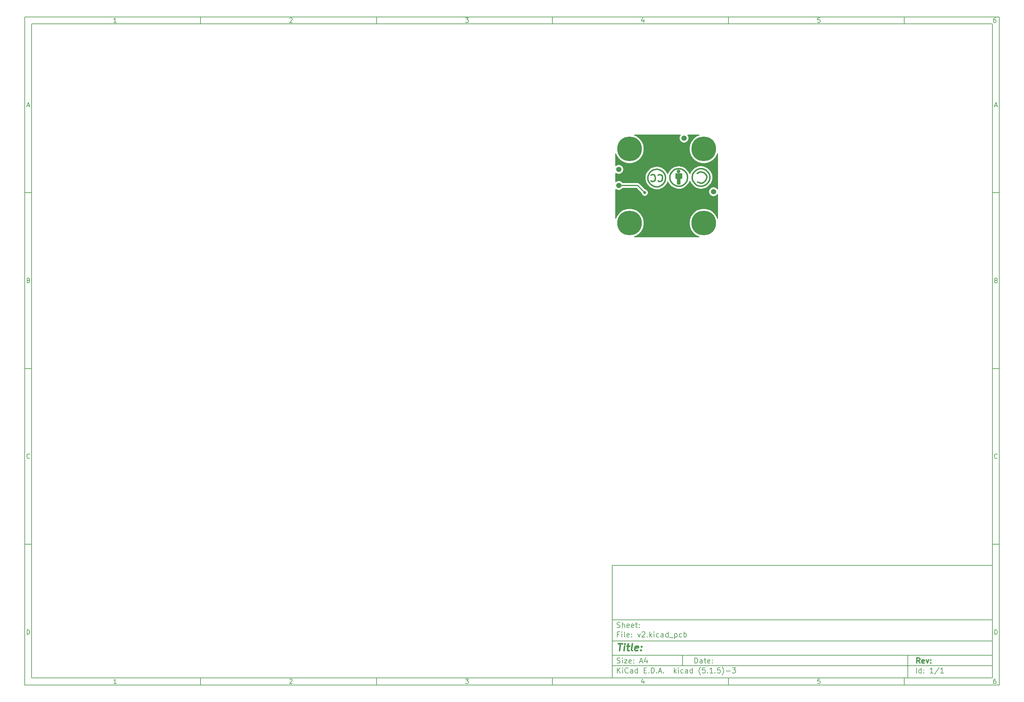
<source format=gbr>
G04 #@! TF.GenerationSoftware,KiCad,Pcbnew,(5.1.5)-3*
G04 #@! TF.CreationDate,2020-05-09T15:27:07-04:00*
G04 #@! TF.ProjectId,v2,76322e6b-6963-4616-945f-706362585858,rev?*
G04 #@! TF.SameCoordinates,Original*
G04 #@! TF.FileFunction,Copper,L2,Bot*
G04 #@! TF.FilePolarity,Positive*
%FSLAX46Y46*%
G04 Gerber Fmt 4.6, Leading zero omitted, Abs format (unit mm)*
G04 Created by KiCad (PCBNEW (5.1.5)-3) date 2020-05-09 15:27:07*
%MOMM*%
%LPD*%
G04 APERTURE LIST*
%ADD10C,0.100000*%
%ADD11C,0.150000*%
%ADD12C,0.300000*%
%ADD13C,0.400000*%
%ADD14C,0.381000*%
%ADD15C,7.000000*%
%ADD16C,0.800000*%
%ADD17C,1.500000*%
%ADD18C,0.350000*%
%ADD19C,0.254000*%
G04 APERTURE END LIST*
D10*
D11*
X177002200Y-166007200D02*
X177002200Y-198007200D01*
X285002200Y-198007200D01*
X285002200Y-166007200D01*
X177002200Y-166007200D01*
D10*
D11*
X10000000Y-10000000D02*
X10000000Y-200007200D01*
X287002200Y-200007200D01*
X287002200Y-10000000D01*
X10000000Y-10000000D01*
D10*
D11*
X12000000Y-12000000D02*
X12000000Y-198007200D01*
X285002200Y-198007200D01*
X285002200Y-12000000D01*
X12000000Y-12000000D01*
D10*
D11*
X60000000Y-12000000D02*
X60000000Y-10000000D01*
D10*
D11*
X110000000Y-12000000D02*
X110000000Y-10000000D01*
D10*
D11*
X160000000Y-12000000D02*
X160000000Y-10000000D01*
D10*
D11*
X210000000Y-12000000D02*
X210000000Y-10000000D01*
D10*
D11*
X260000000Y-12000000D02*
X260000000Y-10000000D01*
D10*
D11*
X36065476Y-11588095D02*
X35322619Y-11588095D01*
X35694047Y-11588095D02*
X35694047Y-10288095D01*
X35570238Y-10473809D01*
X35446428Y-10597619D01*
X35322619Y-10659523D01*
D10*
D11*
X85322619Y-10411904D02*
X85384523Y-10350000D01*
X85508333Y-10288095D01*
X85817857Y-10288095D01*
X85941666Y-10350000D01*
X86003571Y-10411904D01*
X86065476Y-10535714D01*
X86065476Y-10659523D01*
X86003571Y-10845238D01*
X85260714Y-11588095D01*
X86065476Y-11588095D01*
D10*
D11*
X135260714Y-10288095D02*
X136065476Y-10288095D01*
X135632142Y-10783333D01*
X135817857Y-10783333D01*
X135941666Y-10845238D01*
X136003571Y-10907142D01*
X136065476Y-11030952D01*
X136065476Y-11340476D01*
X136003571Y-11464285D01*
X135941666Y-11526190D01*
X135817857Y-11588095D01*
X135446428Y-11588095D01*
X135322619Y-11526190D01*
X135260714Y-11464285D01*
D10*
D11*
X185941666Y-10721428D02*
X185941666Y-11588095D01*
X185632142Y-10226190D02*
X185322619Y-11154761D01*
X186127380Y-11154761D01*
D10*
D11*
X236003571Y-10288095D02*
X235384523Y-10288095D01*
X235322619Y-10907142D01*
X235384523Y-10845238D01*
X235508333Y-10783333D01*
X235817857Y-10783333D01*
X235941666Y-10845238D01*
X236003571Y-10907142D01*
X236065476Y-11030952D01*
X236065476Y-11340476D01*
X236003571Y-11464285D01*
X235941666Y-11526190D01*
X235817857Y-11588095D01*
X235508333Y-11588095D01*
X235384523Y-11526190D01*
X235322619Y-11464285D01*
D10*
D11*
X285941666Y-10288095D02*
X285694047Y-10288095D01*
X285570238Y-10350000D01*
X285508333Y-10411904D01*
X285384523Y-10597619D01*
X285322619Y-10845238D01*
X285322619Y-11340476D01*
X285384523Y-11464285D01*
X285446428Y-11526190D01*
X285570238Y-11588095D01*
X285817857Y-11588095D01*
X285941666Y-11526190D01*
X286003571Y-11464285D01*
X286065476Y-11340476D01*
X286065476Y-11030952D01*
X286003571Y-10907142D01*
X285941666Y-10845238D01*
X285817857Y-10783333D01*
X285570238Y-10783333D01*
X285446428Y-10845238D01*
X285384523Y-10907142D01*
X285322619Y-11030952D01*
D10*
D11*
X60000000Y-198007200D02*
X60000000Y-200007200D01*
D10*
D11*
X110000000Y-198007200D02*
X110000000Y-200007200D01*
D10*
D11*
X160000000Y-198007200D02*
X160000000Y-200007200D01*
D10*
D11*
X210000000Y-198007200D02*
X210000000Y-200007200D01*
D10*
D11*
X260000000Y-198007200D02*
X260000000Y-200007200D01*
D10*
D11*
X36065476Y-199595295D02*
X35322619Y-199595295D01*
X35694047Y-199595295D02*
X35694047Y-198295295D01*
X35570238Y-198481009D01*
X35446428Y-198604819D01*
X35322619Y-198666723D01*
D10*
D11*
X85322619Y-198419104D02*
X85384523Y-198357200D01*
X85508333Y-198295295D01*
X85817857Y-198295295D01*
X85941666Y-198357200D01*
X86003571Y-198419104D01*
X86065476Y-198542914D01*
X86065476Y-198666723D01*
X86003571Y-198852438D01*
X85260714Y-199595295D01*
X86065476Y-199595295D01*
D10*
D11*
X135260714Y-198295295D02*
X136065476Y-198295295D01*
X135632142Y-198790533D01*
X135817857Y-198790533D01*
X135941666Y-198852438D01*
X136003571Y-198914342D01*
X136065476Y-199038152D01*
X136065476Y-199347676D01*
X136003571Y-199471485D01*
X135941666Y-199533390D01*
X135817857Y-199595295D01*
X135446428Y-199595295D01*
X135322619Y-199533390D01*
X135260714Y-199471485D01*
D10*
D11*
X185941666Y-198728628D02*
X185941666Y-199595295D01*
X185632142Y-198233390D02*
X185322619Y-199161961D01*
X186127380Y-199161961D01*
D10*
D11*
X236003571Y-198295295D02*
X235384523Y-198295295D01*
X235322619Y-198914342D01*
X235384523Y-198852438D01*
X235508333Y-198790533D01*
X235817857Y-198790533D01*
X235941666Y-198852438D01*
X236003571Y-198914342D01*
X236065476Y-199038152D01*
X236065476Y-199347676D01*
X236003571Y-199471485D01*
X235941666Y-199533390D01*
X235817857Y-199595295D01*
X235508333Y-199595295D01*
X235384523Y-199533390D01*
X235322619Y-199471485D01*
D10*
D11*
X285941666Y-198295295D02*
X285694047Y-198295295D01*
X285570238Y-198357200D01*
X285508333Y-198419104D01*
X285384523Y-198604819D01*
X285322619Y-198852438D01*
X285322619Y-199347676D01*
X285384523Y-199471485D01*
X285446428Y-199533390D01*
X285570238Y-199595295D01*
X285817857Y-199595295D01*
X285941666Y-199533390D01*
X286003571Y-199471485D01*
X286065476Y-199347676D01*
X286065476Y-199038152D01*
X286003571Y-198914342D01*
X285941666Y-198852438D01*
X285817857Y-198790533D01*
X285570238Y-198790533D01*
X285446428Y-198852438D01*
X285384523Y-198914342D01*
X285322619Y-199038152D01*
D10*
D11*
X10000000Y-60000000D02*
X12000000Y-60000000D01*
D10*
D11*
X10000000Y-110000000D02*
X12000000Y-110000000D01*
D10*
D11*
X10000000Y-160000000D02*
X12000000Y-160000000D01*
D10*
D11*
X10690476Y-35216666D02*
X11309523Y-35216666D01*
X10566666Y-35588095D02*
X11000000Y-34288095D01*
X11433333Y-35588095D01*
D10*
D11*
X11092857Y-84907142D02*
X11278571Y-84969047D01*
X11340476Y-85030952D01*
X11402380Y-85154761D01*
X11402380Y-85340476D01*
X11340476Y-85464285D01*
X11278571Y-85526190D01*
X11154761Y-85588095D01*
X10659523Y-85588095D01*
X10659523Y-84288095D01*
X11092857Y-84288095D01*
X11216666Y-84350000D01*
X11278571Y-84411904D01*
X11340476Y-84535714D01*
X11340476Y-84659523D01*
X11278571Y-84783333D01*
X11216666Y-84845238D01*
X11092857Y-84907142D01*
X10659523Y-84907142D01*
D10*
D11*
X11402380Y-135464285D02*
X11340476Y-135526190D01*
X11154761Y-135588095D01*
X11030952Y-135588095D01*
X10845238Y-135526190D01*
X10721428Y-135402380D01*
X10659523Y-135278571D01*
X10597619Y-135030952D01*
X10597619Y-134845238D01*
X10659523Y-134597619D01*
X10721428Y-134473809D01*
X10845238Y-134350000D01*
X11030952Y-134288095D01*
X11154761Y-134288095D01*
X11340476Y-134350000D01*
X11402380Y-134411904D01*
D10*
D11*
X10659523Y-185588095D02*
X10659523Y-184288095D01*
X10969047Y-184288095D01*
X11154761Y-184350000D01*
X11278571Y-184473809D01*
X11340476Y-184597619D01*
X11402380Y-184845238D01*
X11402380Y-185030952D01*
X11340476Y-185278571D01*
X11278571Y-185402380D01*
X11154761Y-185526190D01*
X10969047Y-185588095D01*
X10659523Y-185588095D01*
D10*
D11*
X287002200Y-60000000D02*
X285002200Y-60000000D01*
D10*
D11*
X287002200Y-110000000D02*
X285002200Y-110000000D01*
D10*
D11*
X287002200Y-160000000D02*
X285002200Y-160000000D01*
D10*
D11*
X285692676Y-35216666D02*
X286311723Y-35216666D01*
X285568866Y-35588095D02*
X286002200Y-34288095D01*
X286435533Y-35588095D01*
D10*
D11*
X286095057Y-84907142D02*
X286280771Y-84969047D01*
X286342676Y-85030952D01*
X286404580Y-85154761D01*
X286404580Y-85340476D01*
X286342676Y-85464285D01*
X286280771Y-85526190D01*
X286156961Y-85588095D01*
X285661723Y-85588095D01*
X285661723Y-84288095D01*
X286095057Y-84288095D01*
X286218866Y-84350000D01*
X286280771Y-84411904D01*
X286342676Y-84535714D01*
X286342676Y-84659523D01*
X286280771Y-84783333D01*
X286218866Y-84845238D01*
X286095057Y-84907142D01*
X285661723Y-84907142D01*
D10*
D11*
X286404580Y-135464285D02*
X286342676Y-135526190D01*
X286156961Y-135588095D01*
X286033152Y-135588095D01*
X285847438Y-135526190D01*
X285723628Y-135402380D01*
X285661723Y-135278571D01*
X285599819Y-135030952D01*
X285599819Y-134845238D01*
X285661723Y-134597619D01*
X285723628Y-134473809D01*
X285847438Y-134350000D01*
X286033152Y-134288095D01*
X286156961Y-134288095D01*
X286342676Y-134350000D01*
X286404580Y-134411904D01*
D10*
D11*
X285661723Y-185588095D02*
X285661723Y-184288095D01*
X285971247Y-184288095D01*
X286156961Y-184350000D01*
X286280771Y-184473809D01*
X286342676Y-184597619D01*
X286404580Y-184845238D01*
X286404580Y-185030952D01*
X286342676Y-185278571D01*
X286280771Y-185402380D01*
X286156961Y-185526190D01*
X285971247Y-185588095D01*
X285661723Y-185588095D01*
D10*
D11*
X200434342Y-193785771D02*
X200434342Y-192285771D01*
X200791485Y-192285771D01*
X201005771Y-192357200D01*
X201148628Y-192500057D01*
X201220057Y-192642914D01*
X201291485Y-192928628D01*
X201291485Y-193142914D01*
X201220057Y-193428628D01*
X201148628Y-193571485D01*
X201005771Y-193714342D01*
X200791485Y-193785771D01*
X200434342Y-193785771D01*
X202577200Y-193785771D02*
X202577200Y-193000057D01*
X202505771Y-192857200D01*
X202362914Y-192785771D01*
X202077200Y-192785771D01*
X201934342Y-192857200D01*
X202577200Y-193714342D02*
X202434342Y-193785771D01*
X202077200Y-193785771D01*
X201934342Y-193714342D01*
X201862914Y-193571485D01*
X201862914Y-193428628D01*
X201934342Y-193285771D01*
X202077200Y-193214342D01*
X202434342Y-193214342D01*
X202577200Y-193142914D01*
X203077200Y-192785771D02*
X203648628Y-192785771D01*
X203291485Y-192285771D02*
X203291485Y-193571485D01*
X203362914Y-193714342D01*
X203505771Y-193785771D01*
X203648628Y-193785771D01*
X204720057Y-193714342D02*
X204577200Y-193785771D01*
X204291485Y-193785771D01*
X204148628Y-193714342D01*
X204077200Y-193571485D01*
X204077200Y-193000057D01*
X204148628Y-192857200D01*
X204291485Y-192785771D01*
X204577200Y-192785771D01*
X204720057Y-192857200D01*
X204791485Y-193000057D01*
X204791485Y-193142914D01*
X204077200Y-193285771D01*
X205434342Y-193642914D02*
X205505771Y-193714342D01*
X205434342Y-193785771D01*
X205362914Y-193714342D01*
X205434342Y-193642914D01*
X205434342Y-193785771D01*
X205434342Y-192857200D02*
X205505771Y-192928628D01*
X205434342Y-193000057D01*
X205362914Y-192928628D01*
X205434342Y-192857200D01*
X205434342Y-193000057D01*
D10*
D11*
X177002200Y-194507200D02*
X285002200Y-194507200D01*
D10*
D11*
X178434342Y-196585771D02*
X178434342Y-195085771D01*
X179291485Y-196585771D02*
X178648628Y-195728628D01*
X179291485Y-195085771D02*
X178434342Y-195942914D01*
X179934342Y-196585771D02*
X179934342Y-195585771D01*
X179934342Y-195085771D02*
X179862914Y-195157200D01*
X179934342Y-195228628D01*
X180005771Y-195157200D01*
X179934342Y-195085771D01*
X179934342Y-195228628D01*
X181505771Y-196442914D02*
X181434342Y-196514342D01*
X181220057Y-196585771D01*
X181077200Y-196585771D01*
X180862914Y-196514342D01*
X180720057Y-196371485D01*
X180648628Y-196228628D01*
X180577200Y-195942914D01*
X180577200Y-195728628D01*
X180648628Y-195442914D01*
X180720057Y-195300057D01*
X180862914Y-195157200D01*
X181077200Y-195085771D01*
X181220057Y-195085771D01*
X181434342Y-195157200D01*
X181505771Y-195228628D01*
X182791485Y-196585771D02*
X182791485Y-195800057D01*
X182720057Y-195657200D01*
X182577200Y-195585771D01*
X182291485Y-195585771D01*
X182148628Y-195657200D01*
X182791485Y-196514342D02*
X182648628Y-196585771D01*
X182291485Y-196585771D01*
X182148628Y-196514342D01*
X182077200Y-196371485D01*
X182077200Y-196228628D01*
X182148628Y-196085771D01*
X182291485Y-196014342D01*
X182648628Y-196014342D01*
X182791485Y-195942914D01*
X184148628Y-196585771D02*
X184148628Y-195085771D01*
X184148628Y-196514342D02*
X184005771Y-196585771D01*
X183720057Y-196585771D01*
X183577200Y-196514342D01*
X183505771Y-196442914D01*
X183434342Y-196300057D01*
X183434342Y-195871485D01*
X183505771Y-195728628D01*
X183577200Y-195657200D01*
X183720057Y-195585771D01*
X184005771Y-195585771D01*
X184148628Y-195657200D01*
X186005771Y-195800057D02*
X186505771Y-195800057D01*
X186720057Y-196585771D02*
X186005771Y-196585771D01*
X186005771Y-195085771D01*
X186720057Y-195085771D01*
X187362914Y-196442914D02*
X187434342Y-196514342D01*
X187362914Y-196585771D01*
X187291485Y-196514342D01*
X187362914Y-196442914D01*
X187362914Y-196585771D01*
X188077200Y-196585771D02*
X188077200Y-195085771D01*
X188434342Y-195085771D01*
X188648628Y-195157200D01*
X188791485Y-195300057D01*
X188862914Y-195442914D01*
X188934342Y-195728628D01*
X188934342Y-195942914D01*
X188862914Y-196228628D01*
X188791485Y-196371485D01*
X188648628Y-196514342D01*
X188434342Y-196585771D01*
X188077200Y-196585771D01*
X189577200Y-196442914D02*
X189648628Y-196514342D01*
X189577200Y-196585771D01*
X189505771Y-196514342D01*
X189577200Y-196442914D01*
X189577200Y-196585771D01*
X190220057Y-196157200D02*
X190934342Y-196157200D01*
X190077200Y-196585771D02*
X190577200Y-195085771D01*
X191077200Y-196585771D01*
X191577200Y-196442914D02*
X191648628Y-196514342D01*
X191577200Y-196585771D01*
X191505771Y-196514342D01*
X191577200Y-196442914D01*
X191577200Y-196585771D01*
X194577200Y-196585771D02*
X194577200Y-195085771D01*
X194720057Y-196014342D02*
X195148628Y-196585771D01*
X195148628Y-195585771D02*
X194577200Y-196157200D01*
X195791485Y-196585771D02*
X195791485Y-195585771D01*
X195791485Y-195085771D02*
X195720057Y-195157200D01*
X195791485Y-195228628D01*
X195862914Y-195157200D01*
X195791485Y-195085771D01*
X195791485Y-195228628D01*
X197148628Y-196514342D02*
X197005771Y-196585771D01*
X196720057Y-196585771D01*
X196577200Y-196514342D01*
X196505771Y-196442914D01*
X196434342Y-196300057D01*
X196434342Y-195871485D01*
X196505771Y-195728628D01*
X196577200Y-195657200D01*
X196720057Y-195585771D01*
X197005771Y-195585771D01*
X197148628Y-195657200D01*
X198434342Y-196585771D02*
X198434342Y-195800057D01*
X198362914Y-195657200D01*
X198220057Y-195585771D01*
X197934342Y-195585771D01*
X197791485Y-195657200D01*
X198434342Y-196514342D02*
X198291485Y-196585771D01*
X197934342Y-196585771D01*
X197791485Y-196514342D01*
X197720057Y-196371485D01*
X197720057Y-196228628D01*
X197791485Y-196085771D01*
X197934342Y-196014342D01*
X198291485Y-196014342D01*
X198434342Y-195942914D01*
X199791485Y-196585771D02*
X199791485Y-195085771D01*
X199791485Y-196514342D02*
X199648628Y-196585771D01*
X199362914Y-196585771D01*
X199220057Y-196514342D01*
X199148628Y-196442914D01*
X199077200Y-196300057D01*
X199077200Y-195871485D01*
X199148628Y-195728628D01*
X199220057Y-195657200D01*
X199362914Y-195585771D01*
X199648628Y-195585771D01*
X199791485Y-195657200D01*
X202077200Y-197157200D02*
X202005771Y-197085771D01*
X201862914Y-196871485D01*
X201791485Y-196728628D01*
X201720057Y-196514342D01*
X201648628Y-196157200D01*
X201648628Y-195871485D01*
X201720057Y-195514342D01*
X201791485Y-195300057D01*
X201862914Y-195157200D01*
X202005771Y-194942914D01*
X202077200Y-194871485D01*
X203362914Y-195085771D02*
X202648628Y-195085771D01*
X202577200Y-195800057D01*
X202648628Y-195728628D01*
X202791485Y-195657200D01*
X203148628Y-195657200D01*
X203291485Y-195728628D01*
X203362914Y-195800057D01*
X203434342Y-195942914D01*
X203434342Y-196300057D01*
X203362914Y-196442914D01*
X203291485Y-196514342D01*
X203148628Y-196585771D01*
X202791485Y-196585771D01*
X202648628Y-196514342D01*
X202577200Y-196442914D01*
X204077200Y-196442914D02*
X204148628Y-196514342D01*
X204077200Y-196585771D01*
X204005771Y-196514342D01*
X204077200Y-196442914D01*
X204077200Y-196585771D01*
X205577200Y-196585771D02*
X204720057Y-196585771D01*
X205148628Y-196585771D02*
X205148628Y-195085771D01*
X205005771Y-195300057D01*
X204862914Y-195442914D01*
X204720057Y-195514342D01*
X206220057Y-196442914D02*
X206291485Y-196514342D01*
X206220057Y-196585771D01*
X206148628Y-196514342D01*
X206220057Y-196442914D01*
X206220057Y-196585771D01*
X207648628Y-195085771D02*
X206934342Y-195085771D01*
X206862914Y-195800057D01*
X206934342Y-195728628D01*
X207077200Y-195657200D01*
X207434342Y-195657200D01*
X207577200Y-195728628D01*
X207648628Y-195800057D01*
X207720057Y-195942914D01*
X207720057Y-196300057D01*
X207648628Y-196442914D01*
X207577200Y-196514342D01*
X207434342Y-196585771D01*
X207077200Y-196585771D01*
X206934342Y-196514342D01*
X206862914Y-196442914D01*
X208220057Y-197157200D02*
X208291485Y-197085771D01*
X208434342Y-196871485D01*
X208505771Y-196728628D01*
X208577200Y-196514342D01*
X208648628Y-196157200D01*
X208648628Y-195871485D01*
X208577200Y-195514342D01*
X208505771Y-195300057D01*
X208434342Y-195157200D01*
X208291485Y-194942914D01*
X208220057Y-194871485D01*
X209362914Y-196014342D02*
X210505771Y-196014342D01*
X211077200Y-195085771D02*
X212005771Y-195085771D01*
X211505771Y-195657200D01*
X211720057Y-195657200D01*
X211862914Y-195728628D01*
X211934342Y-195800057D01*
X212005771Y-195942914D01*
X212005771Y-196300057D01*
X211934342Y-196442914D01*
X211862914Y-196514342D01*
X211720057Y-196585771D01*
X211291485Y-196585771D01*
X211148628Y-196514342D01*
X211077200Y-196442914D01*
D10*
D11*
X177002200Y-191507200D02*
X285002200Y-191507200D01*
D10*
D12*
X264411485Y-193785771D02*
X263911485Y-193071485D01*
X263554342Y-193785771D02*
X263554342Y-192285771D01*
X264125771Y-192285771D01*
X264268628Y-192357200D01*
X264340057Y-192428628D01*
X264411485Y-192571485D01*
X264411485Y-192785771D01*
X264340057Y-192928628D01*
X264268628Y-193000057D01*
X264125771Y-193071485D01*
X263554342Y-193071485D01*
X265625771Y-193714342D02*
X265482914Y-193785771D01*
X265197200Y-193785771D01*
X265054342Y-193714342D01*
X264982914Y-193571485D01*
X264982914Y-193000057D01*
X265054342Y-192857200D01*
X265197200Y-192785771D01*
X265482914Y-192785771D01*
X265625771Y-192857200D01*
X265697200Y-193000057D01*
X265697200Y-193142914D01*
X264982914Y-193285771D01*
X266197200Y-192785771D02*
X266554342Y-193785771D01*
X266911485Y-192785771D01*
X267482914Y-193642914D02*
X267554342Y-193714342D01*
X267482914Y-193785771D01*
X267411485Y-193714342D01*
X267482914Y-193642914D01*
X267482914Y-193785771D01*
X267482914Y-192857200D02*
X267554342Y-192928628D01*
X267482914Y-193000057D01*
X267411485Y-192928628D01*
X267482914Y-192857200D01*
X267482914Y-193000057D01*
D10*
D11*
X178362914Y-193714342D02*
X178577200Y-193785771D01*
X178934342Y-193785771D01*
X179077200Y-193714342D01*
X179148628Y-193642914D01*
X179220057Y-193500057D01*
X179220057Y-193357200D01*
X179148628Y-193214342D01*
X179077200Y-193142914D01*
X178934342Y-193071485D01*
X178648628Y-193000057D01*
X178505771Y-192928628D01*
X178434342Y-192857200D01*
X178362914Y-192714342D01*
X178362914Y-192571485D01*
X178434342Y-192428628D01*
X178505771Y-192357200D01*
X178648628Y-192285771D01*
X179005771Y-192285771D01*
X179220057Y-192357200D01*
X179862914Y-193785771D02*
X179862914Y-192785771D01*
X179862914Y-192285771D02*
X179791485Y-192357200D01*
X179862914Y-192428628D01*
X179934342Y-192357200D01*
X179862914Y-192285771D01*
X179862914Y-192428628D01*
X180434342Y-192785771D02*
X181220057Y-192785771D01*
X180434342Y-193785771D01*
X181220057Y-193785771D01*
X182362914Y-193714342D02*
X182220057Y-193785771D01*
X181934342Y-193785771D01*
X181791485Y-193714342D01*
X181720057Y-193571485D01*
X181720057Y-193000057D01*
X181791485Y-192857200D01*
X181934342Y-192785771D01*
X182220057Y-192785771D01*
X182362914Y-192857200D01*
X182434342Y-193000057D01*
X182434342Y-193142914D01*
X181720057Y-193285771D01*
X183077200Y-193642914D02*
X183148628Y-193714342D01*
X183077200Y-193785771D01*
X183005771Y-193714342D01*
X183077200Y-193642914D01*
X183077200Y-193785771D01*
X183077200Y-192857200D02*
X183148628Y-192928628D01*
X183077200Y-193000057D01*
X183005771Y-192928628D01*
X183077200Y-192857200D01*
X183077200Y-193000057D01*
X184862914Y-193357200D02*
X185577200Y-193357200D01*
X184720057Y-193785771D02*
X185220057Y-192285771D01*
X185720057Y-193785771D01*
X186862914Y-192785771D02*
X186862914Y-193785771D01*
X186505771Y-192214342D02*
X186148628Y-193285771D01*
X187077200Y-193285771D01*
D10*
D11*
X263434342Y-196585771D02*
X263434342Y-195085771D01*
X264791485Y-196585771D02*
X264791485Y-195085771D01*
X264791485Y-196514342D02*
X264648628Y-196585771D01*
X264362914Y-196585771D01*
X264220057Y-196514342D01*
X264148628Y-196442914D01*
X264077200Y-196300057D01*
X264077200Y-195871485D01*
X264148628Y-195728628D01*
X264220057Y-195657200D01*
X264362914Y-195585771D01*
X264648628Y-195585771D01*
X264791485Y-195657200D01*
X265505771Y-196442914D02*
X265577200Y-196514342D01*
X265505771Y-196585771D01*
X265434342Y-196514342D01*
X265505771Y-196442914D01*
X265505771Y-196585771D01*
X265505771Y-195657200D02*
X265577200Y-195728628D01*
X265505771Y-195800057D01*
X265434342Y-195728628D01*
X265505771Y-195657200D01*
X265505771Y-195800057D01*
X268148628Y-196585771D02*
X267291485Y-196585771D01*
X267720057Y-196585771D02*
X267720057Y-195085771D01*
X267577200Y-195300057D01*
X267434342Y-195442914D01*
X267291485Y-195514342D01*
X269862914Y-195014342D02*
X268577200Y-196942914D01*
X271148628Y-196585771D02*
X270291485Y-196585771D01*
X270720057Y-196585771D02*
X270720057Y-195085771D01*
X270577200Y-195300057D01*
X270434342Y-195442914D01*
X270291485Y-195514342D01*
D10*
D11*
X177002200Y-187507200D02*
X285002200Y-187507200D01*
D10*
D13*
X178714580Y-188211961D02*
X179857438Y-188211961D01*
X179036009Y-190211961D02*
X179286009Y-188211961D01*
X180274104Y-190211961D02*
X180440771Y-188878628D01*
X180524104Y-188211961D02*
X180416961Y-188307200D01*
X180500295Y-188402438D01*
X180607438Y-188307200D01*
X180524104Y-188211961D01*
X180500295Y-188402438D01*
X181107438Y-188878628D02*
X181869342Y-188878628D01*
X181476485Y-188211961D02*
X181262200Y-189926247D01*
X181333628Y-190116723D01*
X181512200Y-190211961D01*
X181702676Y-190211961D01*
X182655057Y-190211961D02*
X182476485Y-190116723D01*
X182405057Y-189926247D01*
X182619342Y-188211961D01*
X184190771Y-190116723D02*
X183988390Y-190211961D01*
X183607438Y-190211961D01*
X183428866Y-190116723D01*
X183357438Y-189926247D01*
X183452676Y-189164342D01*
X183571723Y-188973866D01*
X183774104Y-188878628D01*
X184155057Y-188878628D01*
X184333628Y-188973866D01*
X184405057Y-189164342D01*
X184381247Y-189354819D01*
X183405057Y-189545295D01*
X185155057Y-190021485D02*
X185238390Y-190116723D01*
X185131247Y-190211961D01*
X185047914Y-190116723D01*
X185155057Y-190021485D01*
X185131247Y-190211961D01*
X185286009Y-188973866D02*
X185369342Y-189069104D01*
X185262200Y-189164342D01*
X185178866Y-189069104D01*
X185286009Y-188973866D01*
X185262200Y-189164342D01*
D10*
D11*
X178934342Y-185600057D02*
X178434342Y-185600057D01*
X178434342Y-186385771D02*
X178434342Y-184885771D01*
X179148628Y-184885771D01*
X179720057Y-186385771D02*
X179720057Y-185385771D01*
X179720057Y-184885771D02*
X179648628Y-184957200D01*
X179720057Y-185028628D01*
X179791485Y-184957200D01*
X179720057Y-184885771D01*
X179720057Y-185028628D01*
X180648628Y-186385771D02*
X180505771Y-186314342D01*
X180434342Y-186171485D01*
X180434342Y-184885771D01*
X181791485Y-186314342D02*
X181648628Y-186385771D01*
X181362914Y-186385771D01*
X181220057Y-186314342D01*
X181148628Y-186171485D01*
X181148628Y-185600057D01*
X181220057Y-185457200D01*
X181362914Y-185385771D01*
X181648628Y-185385771D01*
X181791485Y-185457200D01*
X181862914Y-185600057D01*
X181862914Y-185742914D01*
X181148628Y-185885771D01*
X182505771Y-186242914D02*
X182577200Y-186314342D01*
X182505771Y-186385771D01*
X182434342Y-186314342D01*
X182505771Y-186242914D01*
X182505771Y-186385771D01*
X182505771Y-185457200D02*
X182577200Y-185528628D01*
X182505771Y-185600057D01*
X182434342Y-185528628D01*
X182505771Y-185457200D01*
X182505771Y-185600057D01*
X184220057Y-185385771D02*
X184577200Y-186385771D01*
X184934342Y-185385771D01*
X185434342Y-185028628D02*
X185505771Y-184957200D01*
X185648628Y-184885771D01*
X186005771Y-184885771D01*
X186148628Y-184957200D01*
X186220057Y-185028628D01*
X186291485Y-185171485D01*
X186291485Y-185314342D01*
X186220057Y-185528628D01*
X185362914Y-186385771D01*
X186291485Y-186385771D01*
X186934342Y-186242914D02*
X187005771Y-186314342D01*
X186934342Y-186385771D01*
X186862914Y-186314342D01*
X186934342Y-186242914D01*
X186934342Y-186385771D01*
X187648628Y-186385771D02*
X187648628Y-184885771D01*
X187791485Y-185814342D02*
X188220057Y-186385771D01*
X188220057Y-185385771D02*
X187648628Y-185957200D01*
X188862914Y-186385771D02*
X188862914Y-185385771D01*
X188862914Y-184885771D02*
X188791485Y-184957200D01*
X188862914Y-185028628D01*
X188934342Y-184957200D01*
X188862914Y-184885771D01*
X188862914Y-185028628D01*
X190220057Y-186314342D02*
X190077200Y-186385771D01*
X189791485Y-186385771D01*
X189648628Y-186314342D01*
X189577200Y-186242914D01*
X189505771Y-186100057D01*
X189505771Y-185671485D01*
X189577200Y-185528628D01*
X189648628Y-185457200D01*
X189791485Y-185385771D01*
X190077200Y-185385771D01*
X190220057Y-185457200D01*
X191505771Y-186385771D02*
X191505771Y-185600057D01*
X191434342Y-185457200D01*
X191291485Y-185385771D01*
X191005771Y-185385771D01*
X190862914Y-185457200D01*
X191505771Y-186314342D02*
X191362914Y-186385771D01*
X191005771Y-186385771D01*
X190862914Y-186314342D01*
X190791485Y-186171485D01*
X190791485Y-186028628D01*
X190862914Y-185885771D01*
X191005771Y-185814342D01*
X191362914Y-185814342D01*
X191505771Y-185742914D01*
X192862914Y-186385771D02*
X192862914Y-184885771D01*
X192862914Y-186314342D02*
X192720057Y-186385771D01*
X192434342Y-186385771D01*
X192291485Y-186314342D01*
X192220057Y-186242914D01*
X192148628Y-186100057D01*
X192148628Y-185671485D01*
X192220057Y-185528628D01*
X192291485Y-185457200D01*
X192434342Y-185385771D01*
X192720057Y-185385771D01*
X192862914Y-185457200D01*
X193220057Y-186528628D02*
X194362914Y-186528628D01*
X194720057Y-185385771D02*
X194720057Y-186885771D01*
X194720057Y-185457200D02*
X194862914Y-185385771D01*
X195148628Y-185385771D01*
X195291485Y-185457200D01*
X195362914Y-185528628D01*
X195434342Y-185671485D01*
X195434342Y-186100057D01*
X195362914Y-186242914D01*
X195291485Y-186314342D01*
X195148628Y-186385771D01*
X194862914Y-186385771D01*
X194720057Y-186314342D01*
X196720057Y-186314342D02*
X196577200Y-186385771D01*
X196291485Y-186385771D01*
X196148628Y-186314342D01*
X196077200Y-186242914D01*
X196005771Y-186100057D01*
X196005771Y-185671485D01*
X196077200Y-185528628D01*
X196148628Y-185457200D01*
X196291485Y-185385771D01*
X196577200Y-185385771D01*
X196720057Y-185457200D01*
X197362914Y-186385771D02*
X197362914Y-184885771D01*
X197362914Y-185457200D02*
X197505771Y-185385771D01*
X197791485Y-185385771D01*
X197934342Y-185457200D01*
X198005771Y-185528628D01*
X198077200Y-185671485D01*
X198077200Y-186100057D01*
X198005771Y-186242914D01*
X197934342Y-186314342D01*
X197791485Y-186385771D01*
X197505771Y-186385771D01*
X197362914Y-186314342D01*
D10*
D11*
X177002200Y-181507200D02*
X285002200Y-181507200D01*
D10*
D11*
X178362914Y-183614342D02*
X178577200Y-183685771D01*
X178934342Y-183685771D01*
X179077200Y-183614342D01*
X179148628Y-183542914D01*
X179220057Y-183400057D01*
X179220057Y-183257200D01*
X179148628Y-183114342D01*
X179077200Y-183042914D01*
X178934342Y-182971485D01*
X178648628Y-182900057D01*
X178505771Y-182828628D01*
X178434342Y-182757200D01*
X178362914Y-182614342D01*
X178362914Y-182471485D01*
X178434342Y-182328628D01*
X178505771Y-182257200D01*
X178648628Y-182185771D01*
X179005771Y-182185771D01*
X179220057Y-182257200D01*
X179862914Y-183685771D02*
X179862914Y-182185771D01*
X180505771Y-183685771D02*
X180505771Y-182900057D01*
X180434342Y-182757200D01*
X180291485Y-182685771D01*
X180077200Y-182685771D01*
X179934342Y-182757200D01*
X179862914Y-182828628D01*
X181791485Y-183614342D02*
X181648628Y-183685771D01*
X181362914Y-183685771D01*
X181220057Y-183614342D01*
X181148628Y-183471485D01*
X181148628Y-182900057D01*
X181220057Y-182757200D01*
X181362914Y-182685771D01*
X181648628Y-182685771D01*
X181791485Y-182757200D01*
X181862914Y-182900057D01*
X181862914Y-183042914D01*
X181148628Y-183185771D01*
X183077200Y-183614342D02*
X182934342Y-183685771D01*
X182648628Y-183685771D01*
X182505771Y-183614342D01*
X182434342Y-183471485D01*
X182434342Y-182900057D01*
X182505771Y-182757200D01*
X182648628Y-182685771D01*
X182934342Y-182685771D01*
X183077200Y-182757200D01*
X183148628Y-182900057D01*
X183148628Y-183042914D01*
X182434342Y-183185771D01*
X183577200Y-182685771D02*
X184148628Y-182685771D01*
X183791485Y-182185771D02*
X183791485Y-183471485D01*
X183862914Y-183614342D01*
X184005771Y-183685771D01*
X184148628Y-183685771D01*
X184648628Y-183542914D02*
X184720057Y-183614342D01*
X184648628Y-183685771D01*
X184577200Y-183614342D01*
X184648628Y-183542914D01*
X184648628Y-183685771D01*
X184648628Y-182757200D02*
X184720057Y-182828628D01*
X184648628Y-182900057D01*
X184577200Y-182828628D01*
X184648628Y-182757200D01*
X184648628Y-182900057D01*
D10*
D11*
X197002200Y-191507200D02*
X197002200Y-194507200D01*
D10*
D11*
X261002200Y-191507200D02*
X261002200Y-198007200D01*
D14*
X188988560Y-53379700D02*
X189588000Y-53280640D01*
X188587240Y-53478760D02*
X188988560Y-53379700D01*
X188086860Y-53781020D02*
X188587240Y-53478760D01*
X187589020Y-54278860D02*
X188086860Y-53781020D01*
X187286760Y-54779240D02*
X187589020Y-54278860D01*
X187088640Y-55381220D02*
X187286760Y-54779240D01*
X187088640Y-55980660D02*
X187088640Y-55381220D01*
X187187700Y-56580100D02*
X187088640Y-55980660D01*
X187589020Y-57281140D02*
X187187700Y-56580100D01*
X188086860Y-57778980D02*
X187589020Y-57281140D01*
X188688840Y-58081240D02*
X188086860Y-57778980D01*
X189288280Y-58279360D02*
X188688840Y-58081240D01*
X190088380Y-58279360D02*
X189288280Y-58279360D01*
X190786880Y-57979640D02*
X190088380Y-58279360D01*
X191287260Y-57580860D02*
X190786880Y-57979640D01*
X191889240Y-56879820D02*
X191287260Y-57580860D01*
X192087360Y-56079720D02*
X191889240Y-56879820D01*
X192087360Y-55480280D02*
X192087360Y-56079720D01*
X191988300Y-54979900D02*
X192087360Y-55480280D01*
X191787640Y-54581120D02*
X191988300Y-54979900D01*
X191287260Y-53979140D02*
X191787640Y-54581120D01*
X190786880Y-53580360D02*
X191287260Y-53979140D01*
X190289040Y-53379700D02*
X190786880Y-53580360D01*
X189687060Y-53280640D02*
X190289040Y-53379700D01*
X189588000Y-53280640D02*
X189687060Y-53280640D01*
X190187440Y-56780760D02*
X189986780Y-56580100D01*
X190588760Y-56780760D02*
X190187440Y-56780760D01*
X190888480Y-56679160D02*
X190588760Y-56780760D01*
X191089140Y-56379440D02*
X190888480Y-56679160D01*
X191188200Y-55879060D02*
X191089140Y-56379440D01*
X191188200Y-55480280D02*
X191188200Y-55879060D01*
X191089140Y-55078960D02*
X191188200Y-55480280D01*
X190786880Y-54880840D02*
X191089140Y-55078960D01*
X190388100Y-54779240D02*
X190786880Y-54880840D01*
X190088380Y-54880840D02*
X190388100Y-54779240D01*
X189986780Y-54979900D02*
X190088380Y-54880840D01*
X188086860Y-56780760D02*
X187987800Y-56580100D01*
X188389120Y-56780760D02*
X188086860Y-56780760D01*
X188587240Y-56780760D02*
X188389120Y-56780760D01*
X188988560Y-56580100D02*
X188587240Y-56780760D01*
X189189220Y-56178780D02*
X188988560Y-56580100D01*
X189189220Y-55780000D02*
X189189220Y-56178780D01*
X189087620Y-55279620D02*
X189189220Y-55780000D01*
X188886960Y-54880840D02*
X189087620Y-55279620D01*
X188587240Y-54779240D02*
X188886960Y-54880840D01*
X188287520Y-54779240D02*
X188587240Y-54779240D01*
X188086860Y-54880840D02*
X188287520Y-54779240D01*
X187987800Y-54979900D02*
X188086860Y-54880840D01*
X195234560Y-53225700D02*
X195834000Y-53126640D01*
X194833240Y-53324760D02*
X195234560Y-53225700D01*
X194332860Y-53627020D02*
X194833240Y-53324760D01*
X193835020Y-54124860D02*
X194332860Y-53627020D01*
X193532760Y-54625240D02*
X193835020Y-54124860D01*
X193334640Y-55227220D02*
X193532760Y-54625240D01*
X193334640Y-55826660D02*
X193334640Y-55227220D01*
X193433700Y-56426100D02*
X193334640Y-55826660D01*
X193835020Y-57127140D02*
X193433700Y-56426100D01*
X194332860Y-57624980D02*
X193835020Y-57127140D01*
X194934840Y-57927240D02*
X194332860Y-57624980D01*
X195534280Y-58125360D02*
X194934840Y-57927240D01*
X196334380Y-58125360D02*
X195534280Y-58125360D01*
X197032880Y-57825640D02*
X196334380Y-58125360D01*
X197533260Y-57426860D02*
X197032880Y-57825640D01*
X198135240Y-56725820D02*
X197533260Y-57426860D01*
X198333360Y-55925720D02*
X198135240Y-56725820D01*
X198333360Y-55326280D02*
X198333360Y-55925720D01*
X198234300Y-54825900D02*
X198333360Y-55326280D01*
X198033640Y-54427120D02*
X198234300Y-54825900D01*
X197533260Y-53825140D02*
X198033640Y-54427120D01*
X197032880Y-53426360D02*
X197533260Y-53825140D01*
X196535040Y-53225700D02*
X197032880Y-53426360D01*
X195933060Y-53126640D02*
X196535040Y-53225700D01*
X195834000Y-53126640D02*
X195933060Y-53126640D01*
X196149666Y-53926740D02*
G75*
G03X196149666Y-53926740I-315666J0D01*
G01*
X196634100Y-55826660D02*
X196634100Y-54625240D01*
X195132960Y-55826660D02*
X196634100Y-55826660D01*
X195132960Y-54625240D02*
X195132960Y-55826660D01*
X196634100Y-54625240D02*
X195132960Y-54625240D01*
X196133720Y-57426860D02*
X195633340Y-57426860D01*
X196133720Y-55925720D02*
X196133720Y-57426860D01*
X195534280Y-57426860D02*
X195534280Y-55826660D01*
X195734940Y-57426860D02*
X195534280Y-57426860D01*
X195834000Y-55925720D02*
X195834000Y-57226200D01*
X196634100Y-55526940D02*
X195333620Y-55526940D01*
X195333620Y-55227220D02*
X196535040Y-55227220D01*
X196535040Y-54924960D02*
X195234560Y-54924960D01*
X195834000Y-53726080D02*
X195834000Y-54124860D01*
X202783440Y-58026300D02*
X202184000Y-58125360D01*
X203184760Y-57927240D02*
X202783440Y-58026300D01*
X203685140Y-57624980D02*
X203184760Y-57927240D01*
X204182980Y-57127140D02*
X203685140Y-57624980D01*
X204485240Y-56626760D02*
X204182980Y-57127140D01*
X204683360Y-56024780D02*
X204485240Y-56626760D01*
X204683360Y-55425340D02*
X204683360Y-56024780D01*
X204584300Y-54825900D02*
X204683360Y-55425340D01*
X204182980Y-54124860D02*
X204584300Y-54825900D01*
X203685140Y-53627020D02*
X204182980Y-54124860D01*
X203083160Y-53324760D02*
X203685140Y-53627020D01*
X202483720Y-53126640D02*
X203083160Y-53324760D01*
X201683620Y-53126640D02*
X202483720Y-53126640D01*
X200985120Y-53426360D02*
X201683620Y-53126640D01*
X200484740Y-53825140D02*
X200985120Y-53426360D01*
X199882760Y-54526180D02*
X200484740Y-53825140D01*
X199684640Y-55326280D02*
X199882760Y-54526180D01*
X199684640Y-55925720D02*
X199684640Y-55326280D01*
X199783700Y-56426100D02*
X199684640Y-55925720D01*
X199984360Y-56824880D02*
X199783700Y-56426100D01*
X200484740Y-57426860D02*
X199984360Y-56824880D01*
X200985120Y-57825640D02*
X200484740Y-57426860D01*
X201482960Y-58026300D02*
X200985120Y-57825640D01*
X202084940Y-58125360D02*
X201482960Y-58026300D01*
X202184000Y-58125360D02*
X202084940Y-58125360D01*
X201683620Y-57127140D02*
X201183240Y-56926480D01*
X202084940Y-57226200D02*
X201683620Y-57127140D01*
X202483720Y-57226200D02*
X202084940Y-57226200D01*
X203083160Y-56926480D02*
X202483720Y-57226200D01*
X203382880Y-56626760D02*
X203083160Y-56926480D01*
X203685140Y-56126380D02*
X203382880Y-56626760D01*
X203784200Y-55626000D02*
X203685140Y-56126380D01*
X203784200Y-55227220D02*
X203784200Y-55626000D01*
X203484480Y-54726840D02*
X203784200Y-55227220D01*
X203083160Y-54325520D02*
X203484480Y-54726840D01*
X202582780Y-54124860D02*
X203083160Y-54325520D01*
X202084940Y-54025800D02*
X202582780Y-54124860D01*
X201584560Y-54124860D02*
X202084940Y-54025800D01*
X201084180Y-54427120D02*
X201584560Y-54124860D01*
D15*
X202946000Y-47498000D03*
D16*
X205571000Y-47498000D03*
X204802155Y-49354155D03*
X202946000Y-50123000D03*
X201089845Y-49354155D03*
X200321000Y-47498000D03*
X201089845Y-45641845D03*
X202946000Y-44873000D03*
X204802155Y-45641845D03*
X204802155Y-66723845D03*
X202946000Y-65955000D03*
X201089845Y-66723845D03*
X200321000Y-68580000D03*
X201089845Y-70436155D03*
X202946000Y-71205000D03*
X204802155Y-70436155D03*
X205571000Y-68580000D03*
D15*
X202946000Y-68580000D03*
X181864000Y-68580000D03*
D16*
X184489000Y-68580000D03*
X183720155Y-70436155D03*
X181864000Y-71205000D03*
X180007845Y-70436155D03*
X179239000Y-68580000D03*
X180007845Y-66723845D03*
X181864000Y-65955000D03*
X183720155Y-66723845D03*
X183720155Y-45641845D03*
X181864000Y-44873000D03*
X180007845Y-45641845D03*
X179239000Y-47498000D03*
X180007845Y-49354155D03*
X181864000Y-50123000D03*
X183720155Y-49354155D03*
X184489000Y-47498000D03*
D15*
X181864000Y-47498000D03*
D17*
X178816000Y-62992000D03*
D16*
X184404000Y-64262000D03*
X195072000Y-64262000D03*
D17*
X193548000Y-44450000D03*
X197358000Y-44450000D03*
X205740000Y-59690000D03*
X178816000Y-53340000D03*
X178816000Y-57912000D03*
D16*
X186182000Y-59944000D03*
D18*
X184404000Y-64262000D02*
X195072000Y-64262000D01*
X178816000Y-57912000D02*
X184150000Y-57912000D01*
X184150000Y-57912000D02*
X186182000Y-59944000D01*
D19*
G36*
X196130629Y-43793957D02*
G01*
X196026225Y-44046011D01*
X195973000Y-44313589D01*
X195973000Y-44586411D01*
X196026225Y-44853989D01*
X196130629Y-45106043D01*
X196282201Y-45332886D01*
X196475114Y-45525799D01*
X196701957Y-45677371D01*
X196954011Y-45781775D01*
X197221589Y-45835000D01*
X197494411Y-45835000D01*
X197761989Y-45781775D01*
X198014043Y-45677371D01*
X198240886Y-45525799D01*
X198433799Y-45332886D01*
X198585371Y-45106043D01*
X198689775Y-44853989D01*
X198743000Y-44586411D01*
X198743000Y-44313589D01*
X198689775Y-44046011D01*
X198585371Y-43793957D01*
X198446418Y-43586000D01*
X201585128Y-43586000D01*
X200987343Y-43833611D01*
X200310091Y-44286136D01*
X199734136Y-44862091D01*
X199281611Y-45539343D01*
X198969906Y-46291865D01*
X198811000Y-47090738D01*
X198811000Y-47905262D01*
X198969906Y-48704135D01*
X199281611Y-49456657D01*
X199734136Y-50133909D01*
X200310091Y-50709864D01*
X200987343Y-51162389D01*
X201739865Y-51474094D01*
X202538738Y-51633000D01*
X203353262Y-51633000D01*
X204152135Y-51474094D01*
X204904657Y-51162389D01*
X205581909Y-50709864D01*
X206157864Y-50133909D01*
X206610389Y-49456657D01*
X206858001Y-48858869D01*
X206858000Y-58870273D01*
X206815799Y-58807114D01*
X206622886Y-58614201D01*
X206396043Y-58462629D01*
X206143989Y-58358225D01*
X205876411Y-58305000D01*
X205603589Y-58305000D01*
X205336011Y-58358225D01*
X205083957Y-58462629D01*
X204857114Y-58614201D01*
X204664201Y-58807114D01*
X204512629Y-59033957D01*
X204408225Y-59286011D01*
X204355000Y-59553589D01*
X204355000Y-59826411D01*
X204408225Y-60093989D01*
X204512629Y-60346043D01*
X204664201Y-60572886D01*
X204857114Y-60765799D01*
X205083957Y-60917371D01*
X205336011Y-61021775D01*
X205603589Y-61075000D01*
X205876411Y-61075000D01*
X206143989Y-61021775D01*
X206396043Y-60917371D01*
X206622886Y-60765799D01*
X206815799Y-60572886D01*
X206858000Y-60509727D01*
X206858000Y-67219128D01*
X206610389Y-66621343D01*
X206157864Y-65944091D01*
X205581909Y-65368136D01*
X204904657Y-64915611D01*
X204152135Y-64603906D01*
X203353262Y-64445000D01*
X202538738Y-64445000D01*
X201739865Y-64603906D01*
X200987343Y-64915611D01*
X200310091Y-65368136D01*
X199734136Y-65944091D01*
X199281611Y-66621343D01*
X198969906Y-67373865D01*
X198811000Y-68172738D01*
X198811000Y-68987262D01*
X198969906Y-69786135D01*
X199281611Y-70538657D01*
X199734136Y-71215909D01*
X200310091Y-71791864D01*
X200987343Y-72244389D01*
X201585128Y-72492000D01*
X183224872Y-72492000D01*
X183822657Y-72244389D01*
X184499909Y-71791864D01*
X185075864Y-71215909D01*
X185528389Y-70538657D01*
X185840094Y-69786135D01*
X185999000Y-68987262D01*
X185999000Y-68172738D01*
X185840094Y-67373865D01*
X185528389Y-66621343D01*
X185075864Y-65944091D01*
X184499909Y-65368136D01*
X183822657Y-64915611D01*
X183070135Y-64603906D01*
X182271262Y-64445000D01*
X181456738Y-64445000D01*
X180657865Y-64603906D01*
X179905343Y-64915611D01*
X179228091Y-65368136D01*
X178652136Y-65944091D01*
X178199611Y-66621343D01*
X177952000Y-67219128D01*
X177952000Y-59000418D01*
X178159957Y-59139371D01*
X178412011Y-59243775D01*
X178679589Y-59297000D01*
X178952411Y-59297000D01*
X179219989Y-59243775D01*
X179472043Y-59139371D01*
X179698886Y-58987799D01*
X179891799Y-58794886D01*
X179940500Y-58722000D01*
X183814488Y-58722000D01*
X185149129Y-60056642D01*
X185186774Y-60245898D01*
X185264795Y-60434256D01*
X185378063Y-60603774D01*
X185522226Y-60747937D01*
X185691744Y-60861205D01*
X185880102Y-60939226D01*
X186080061Y-60979000D01*
X186283939Y-60979000D01*
X186483898Y-60939226D01*
X186672256Y-60861205D01*
X186841774Y-60747937D01*
X186985937Y-60603774D01*
X187099205Y-60434256D01*
X187177226Y-60245898D01*
X187217000Y-60045939D01*
X187217000Y-59842061D01*
X187177226Y-59642102D01*
X187099205Y-59453744D01*
X186985937Y-59284226D01*
X186841774Y-59140063D01*
X186672256Y-59026795D01*
X186483898Y-58948774D01*
X186294642Y-58911129D01*
X184750899Y-57367387D01*
X184725528Y-57336472D01*
X184602189Y-57235251D01*
X184461473Y-57160037D01*
X184308788Y-57113720D01*
X184189791Y-57102000D01*
X184189788Y-57102000D01*
X184150000Y-57098081D01*
X184110212Y-57102000D01*
X179940500Y-57102000D01*
X179891799Y-57029114D01*
X179698886Y-56836201D01*
X179472043Y-56684629D01*
X179219989Y-56580225D01*
X178952411Y-56527000D01*
X178679589Y-56527000D01*
X178412011Y-56580225D01*
X178159957Y-56684629D01*
X177952000Y-56823582D01*
X177952000Y-55953644D01*
X186259586Y-55953644D01*
X186263140Y-56007738D01*
X186263140Y-56021212D01*
X186265799Y-56048212D01*
X186267575Y-56075241D01*
X186269769Y-56088515D01*
X186275084Y-56142485D01*
X186282999Y-56168578D01*
X186364166Y-56659745D01*
X186364910Y-56685349D01*
X186377395Y-56739799D01*
X186379858Y-56754702D01*
X186386452Y-56779296D01*
X186401253Y-56843846D01*
X186407478Y-56857719D01*
X186411415Y-56872405D01*
X186440717Y-56931801D01*
X186451138Y-56955027D01*
X186458640Y-56968132D01*
X186483357Y-57018234D01*
X186498955Y-57038555D01*
X186866636Y-57680834D01*
X186899321Y-57741982D01*
X186932794Y-57782769D01*
X186963369Y-57825769D01*
X187013795Y-57873347D01*
X187453169Y-58312721D01*
X187459300Y-58321408D01*
X187510612Y-58370164D01*
X187531819Y-58391371D01*
X187539977Y-58398066D01*
X187577181Y-58433417D01*
X187602691Y-58449535D01*
X187626017Y-58468679D01*
X187671277Y-58492871D01*
X187680200Y-58498509D01*
X187707003Y-58511967D01*
X187769426Y-58545333D01*
X187779602Y-58548420D01*
X188263585Y-58791433D01*
X188279885Y-58802916D01*
X188336096Y-58827841D01*
X188354661Y-58837163D01*
X188373181Y-58844286D01*
X188391284Y-58852313D01*
X188410975Y-58858821D01*
X188468399Y-58880906D01*
X188488054Y-58884296D01*
X188961779Y-59040867D01*
X188970846Y-59045713D01*
X189038941Y-59066369D01*
X189067732Y-59075885D01*
X189077677Y-59078120D01*
X189126454Y-59092916D01*
X189156841Y-59095909D01*
X189186627Y-59102602D01*
X189237569Y-59103860D01*
X189247727Y-59104860D01*
X189278095Y-59104860D01*
X189349187Y-59106615D01*
X189359309Y-59104860D01*
X190053054Y-59104860D01*
X190098857Y-59108788D01*
X190174445Y-59100378D01*
X190250206Y-59092916D01*
X190255246Y-59091387D01*
X190260469Y-59090806D01*
X190332927Y-59067823D01*
X190405814Y-59045713D01*
X190446367Y-59024037D01*
X191102152Y-58742645D01*
X191167369Y-58716721D01*
X191210938Y-58688504D01*
X191256396Y-58663463D01*
X191310063Y-58618273D01*
X191767452Y-58253755D01*
X191799059Y-58233640D01*
X191830892Y-58203196D01*
X191833459Y-58201150D01*
X191860158Y-58175207D01*
X191887126Y-58149415D01*
X191889270Y-58146919D01*
X191920854Y-58116228D01*
X191942110Y-58085383D01*
X192509068Y-57425129D01*
X192556828Y-57372148D01*
X192582782Y-57328581D01*
X192611888Y-57287055D01*
X192624297Y-57258890D01*
X192640049Y-57232448D01*
X192657002Y-57184661D01*
X192677451Y-57138248D01*
X192692931Y-57068579D01*
X192740073Y-56878195D01*
X192744955Y-56884555D01*
X193112636Y-57526834D01*
X193145321Y-57587982D01*
X193178794Y-57628769D01*
X193209369Y-57671769D01*
X193259795Y-57719347D01*
X193699169Y-58158721D01*
X193705300Y-58167408D01*
X193756612Y-58216164D01*
X193777819Y-58237371D01*
X193785977Y-58244066D01*
X193823181Y-58279417D01*
X193848691Y-58295535D01*
X193872017Y-58314679D01*
X193917277Y-58338871D01*
X193926200Y-58344509D01*
X193953003Y-58357967D01*
X194015426Y-58391333D01*
X194025602Y-58394420D01*
X194509585Y-58637433D01*
X194525885Y-58648916D01*
X194582096Y-58673841D01*
X194600661Y-58683163D01*
X194619181Y-58690286D01*
X194637284Y-58698313D01*
X194656975Y-58704821D01*
X194714399Y-58726906D01*
X194734054Y-58730296D01*
X195207779Y-58886867D01*
X195216846Y-58891713D01*
X195284941Y-58912369D01*
X195313732Y-58921885D01*
X195323677Y-58924120D01*
X195372454Y-58938916D01*
X195402841Y-58941909D01*
X195432627Y-58948602D01*
X195483569Y-58949860D01*
X195493727Y-58950860D01*
X195524095Y-58950860D01*
X195595187Y-58952615D01*
X195605309Y-58950860D01*
X196299054Y-58950860D01*
X196344857Y-58954788D01*
X196420445Y-58946378D01*
X196496206Y-58938916D01*
X196501246Y-58937387D01*
X196506469Y-58936806D01*
X196578927Y-58913823D01*
X196651814Y-58891713D01*
X196692367Y-58870037D01*
X197348152Y-58588645D01*
X197413369Y-58562721D01*
X197456938Y-58534504D01*
X197502396Y-58509463D01*
X197556063Y-58464273D01*
X198013452Y-58099755D01*
X198045059Y-58079640D01*
X198076892Y-58049196D01*
X198079459Y-58047150D01*
X198106158Y-58021207D01*
X198133126Y-57995415D01*
X198135270Y-57992919D01*
X198166854Y-57962228D01*
X198188110Y-57931383D01*
X198755068Y-57271129D01*
X198802828Y-57218148D01*
X198828782Y-57174581D01*
X198857888Y-57133055D01*
X198870297Y-57104890D01*
X198886049Y-57078448D01*
X198903002Y-57030661D01*
X198923451Y-56984248D01*
X198938931Y-56914579D01*
X198996956Y-56680247D01*
X199002421Y-56694422D01*
X199017060Y-56742837D01*
X199050716Y-56805941D01*
X199234471Y-57171126D01*
X199255277Y-57220479D01*
X199293717Y-57277234D01*
X199330361Y-57335120D01*
X199367276Y-57373904D01*
X199826129Y-57925925D01*
X199851146Y-57962227D01*
X199907019Y-58016520D01*
X199962544Y-58071353D01*
X199999362Y-58095622D01*
X200469103Y-58469985D01*
X200530890Y-58519712D01*
X200568763Y-58539492D01*
X200604630Y-58562721D01*
X200678447Y-58592064D01*
X201145828Y-58780447D01*
X201191182Y-58802783D01*
X201260274Y-58821257D01*
X201328915Y-58841365D01*
X201379274Y-58845839D01*
X201897290Y-58931082D01*
X201923114Y-58938916D01*
X201977363Y-58944259D01*
X201990915Y-58946489D01*
X202017664Y-58948228D01*
X202044387Y-58950860D01*
X202058146Y-58950860D01*
X202112518Y-58954395D01*
X202134621Y-58951473D01*
X202156984Y-58954414D01*
X202211078Y-58950860D01*
X202224553Y-58950860D01*
X202251555Y-58948201D01*
X202278581Y-58946425D01*
X202291854Y-58944232D01*
X202345826Y-58938916D01*
X202371920Y-58931000D01*
X202909912Y-58842096D01*
X202941893Y-58837464D01*
X202949901Y-58835487D01*
X202958042Y-58834142D01*
X202989266Y-58825771D01*
X203306428Y-58747484D01*
X203309292Y-58747333D01*
X203385376Y-58727996D01*
X203421956Y-58718967D01*
X203424637Y-58718018D01*
X203466892Y-58707279D01*
X203501099Y-58690956D01*
X203536833Y-58678309D01*
X203574306Y-58656024D01*
X203576872Y-58654799D01*
X203609131Y-58635313D01*
X203676595Y-58595191D01*
X203678726Y-58593273D01*
X204093394Y-58342788D01*
X204145982Y-58314679D01*
X204194265Y-58275053D01*
X204244304Y-58237675D01*
X204284195Y-58193357D01*
X204751357Y-57726195D01*
X204795675Y-57686304D01*
X204833049Y-57636271D01*
X204872679Y-57587983D01*
X204900792Y-57535387D01*
X205177090Y-57077988D01*
X205207429Y-57034807D01*
X205235428Y-56971451D01*
X205265279Y-56908894D01*
X205278281Y-56857732D01*
X205445115Y-56350817D01*
X205449713Y-56342214D01*
X205470514Y-56273642D01*
X205480162Y-56244327D01*
X205482272Y-56234880D01*
X205496916Y-56186606D01*
X205499960Y-56155701D01*
X205506729Y-56125398D01*
X205507910Y-56074974D01*
X205508860Y-56065333D01*
X205508860Y-56034449D01*
X205510538Y-55962833D01*
X205508860Y-55953227D01*
X205508860Y-55479382D01*
X205512414Y-55452356D01*
X205508860Y-55398262D01*
X205508860Y-55384787D01*
X205506201Y-55357787D01*
X205504425Y-55330758D01*
X205502231Y-55317484D01*
X205496916Y-55263514D01*
X205489001Y-55237421D01*
X205407834Y-54746255D01*
X205407090Y-54720650D01*
X205394604Y-54666199D01*
X205392142Y-54651298D01*
X205385549Y-54626706D01*
X205370747Y-54562154D01*
X205364522Y-54548281D01*
X205360585Y-54533595D01*
X205331287Y-54474207D01*
X205320862Y-54450972D01*
X205313357Y-54437861D01*
X205288643Y-54387766D01*
X205273047Y-54367447D01*
X204905371Y-53725180D01*
X204872679Y-53664017D01*
X204839203Y-53623227D01*
X204808631Y-53580231D01*
X204758205Y-53532653D01*
X204318831Y-53093279D01*
X204312700Y-53084592D01*
X204261388Y-53035836D01*
X204240181Y-53014629D01*
X204232024Y-53007934D01*
X204194819Y-52972583D01*
X204169306Y-52956463D01*
X204145982Y-52937321D01*
X204100728Y-52913132D01*
X204091800Y-52907491D01*
X204064982Y-52894025D01*
X204002573Y-52860667D01*
X203992399Y-52857581D01*
X203508413Y-52614567D01*
X203492115Y-52603085D01*
X203435900Y-52578157D01*
X203417338Y-52568837D01*
X203398829Y-52561719D01*
X203380717Y-52553687D01*
X203361012Y-52547174D01*
X203303600Y-52525094D01*
X203283949Y-52521704D01*
X202810220Y-52365133D01*
X202801154Y-52360287D01*
X202733060Y-52339631D01*
X202704268Y-52330115D01*
X202694323Y-52327880D01*
X202645546Y-52313084D01*
X202615158Y-52310091D01*
X202585372Y-52303398D01*
X202534431Y-52302140D01*
X202524273Y-52301140D01*
X202493905Y-52301140D01*
X202422813Y-52299385D01*
X202412691Y-52301140D01*
X201718945Y-52301140D01*
X201673142Y-52297212D01*
X201597542Y-52305624D01*
X201521794Y-52313084D01*
X201516755Y-52314613D01*
X201511529Y-52315194D01*
X201439042Y-52338187D01*
X201366186Y-52360287D01*
X201325637Y-52381961D01*
X200669860Y-52663350D01*
X200604630Y-52689279D01*
X200561058Y-52717498D01*
X200515603Y-52742537D01*
X200461935Y-52787728D01*
X200004552Y-53152242D01*
X199972940Y-53172360D01*
X199941102Y-53202809D01*
X199938541Y-53204850D01*
X199911924Y-53230714D01*
X199884873Y-53256585D01*
X199882721Y-53259091D01*
X199851146Y-53289773D01*
X199829896Y-53320609D01*
X199262948Y-53980853D01*
X199215172Y-54033852D01*
X199189216Y-54077424D01*
X199160112Y-54118946D01*
X199147703Y-54147111D01*
X199131951Y-54173553D01*
X199114998Y-54221340D01*
X199094549Y-54267753D01*
X199079069Y-54337422D01*
X199021045Y-54571753D01*
X199015578Y-54557576D01*
X199000940Y-54509162D01*
X198967287Y-54446065D01*
X198783531Y-54080879D01*
X198762723Y-54031520D01*
X198724274Y-53974751D01*
X198687639Y-53916880D01*
X198650730Y-53878102D01*
X198191873Y-53326078D01*
X198166854Y-53289772D01*
X198110958Y-53235458D01*
X198055456Y-53180647D01*
X198018639Y-53156379D01*
X197548993Y-52782092D01*
X197487110Y-52732288D01*
X197449232Y-52712505D01*
X197413369Y-52689279D01*
X197339619Y-52659963D01*
X196872176Y-52471555D01*
X196826818Y-52449217D01*
X196757715Y-52430740D01*
X196689084Y-52410635D01*
X196638727Y-52406161D01*
X196120711Y-52320918D01*
X196094886Y-52313084D01*
X196040635Y-52307741D01*
X196027084Y-52305511D01*
X196000338Y-52303772D01*
X195973613Y-52301140D01*
X195959854Y-52301140D01*
X195905482Y-52297605D01*
X195883379Y-52300527D01*
X195861016Y-52297586D01*
X195806922Y-52301140D01*
X195793447Y-52301140D01*
X195766447Y-52303799D01*
X195739418Y-52305575D01*
X195726144Y-52307769D01*
X195672174Y-52313084D01*
X195646081Y-52320999D01*
X195108095Y-52409903D01*
X195076106Y-52414536D01*
X195068096Y-52416513D01*
X195059958Y-52417858D01*
X195028744Y-52426227D01*
X194711567Y-52504518D01*
X194708706Y-52504668D01*
X194632628Y-52524003D01*
X194596044Y-52533033D01*
X194593365Y-52533981D01*
X194551106Y-52544721D01*
X194516895Y-52561046D01*
X194481167Y-52573691D01*
X194443699Y-52595974D01*
X194441127Y-52597201D01*
X194408808Y-52616724D01*
X194341405Y-52656809D01*
X194339276Y-52658725D01*
X193924613Y-52909208D01*
X193872017Y-52937321D01*
X193823729Y-52976951D01*
X193773696Y-53014325D01*
X193733805Y-53058643D01*
X193266643Y-53525805D01*
X193222325Y-53565696D01*
X193184947Y-53615735D01*
X193145321Y-53664018D01*
X193117212Y-53716606D01*
X192840914Y-54174007D01*
X192810571Y-54217193D01*
X192782563Y-54280569D01*
X192752721Y-54343108D01*
X192739719Y-54394266D01*
X192691482Y-54540832D01*
X192537531Y-54234879D01*
X192516723Y-54185520D01*
X192478274Y-54128751D01*
X192441639Y-54070880D01*
X192404730Y-54032102D01*
X191945873Y-53480078D01*
X191920854Y-53443772D01*
X191864958Y-53389458D01*
X191809456Y-53334647D01*
X191772639Y-53310379D01*
X191302993Y-52936092D01*
X191241110Y-52886288D01*
X191203232Y-52866505D01*
X191167369Y-52843279D01*
X191093619Y-52813963D01*
X190626176Y-52625555D01*
X190580818Y-52603217D01*
X190511715Y-52584740D01*
X190443084Y-52564635D01*
X190392727Y-52560161D01*
X189874711Y-52474918D01*
X189848886Y-52467084D01*
X189794635Y-52461741D01*
X189781084Y-52459511D01*
X189754338Y-52457772D01*
X189727613Y-52455140D01*
X189713854Y-52455140D01*
X189659482Y-52451605D01*
X189637379Y-52454527D01*
X189615016Y-52451586D01*
X189560922Y-52455140D01*
X189547447Y-52455140D01*
X189520447Y-52457799D01*
X189493418Y-52459575D01*
X189480144Y-52461769D01*
X189426174Y-52467084D01*
X189400081Y-52474999D01*
X188862095Y-52563903D01*
X188830106Y-52568536D01*
X188822096Y-52570513D01*
X188813958Y-52571858D01*
X188782744Y-52580227D01*
X188465567Y-52658518D01*
X188462706Y-52658668D01*
X188386628Y-52678003D01*
X188350044Y-52687033D01*
X188347365Y-52687981D01*
X188305106Y-52698721D01*
X188270895Y-52715046D01*
X188235167Y-52727691D01*
X188197699Y-52749974D01*
X188195127Y-52751201D01*
X188162808Y-52770724D01*
X188095405Y-52810809D01*
X188093276Y-52812725D01*
X187678613Y-53063208D01*
X187626017Y-53091321D01*
X187577729Y-53130951D01*
X187527696Y-53168325D01*
X187487805Y-53212643D01*
X187020643Y-53679805D01*
X186976325Y-53719696D01*
X186938947Y-53769735D01*
X186899321Y-53818018D01*
X186871212Y-53870606D01*
X186594914Y-54328007D01*
X186564571Y-54371193D01*
X186536563Y-54434569D01*
X186506721Y-54497108D01*
X186493719Y-54548266D01*
X186326886Y-55055182D01*
X186322287Y-55063786D01*
X186301482Y-55132370D01*
X186291838Y-55161674D01*
X186289728Y-55171118D01*
X186275084Y-55219394D01*
X186272040Y-55250301D01*
X186265271Y-55280603D01*
X186264090Y-55331026D01*
X186263140Y-55340667D01*
X186263140Y-55371552D01*
X186261462Y-55443167D01*
X186263140Y-55452773D01*
X186263140Y-55926618D01*
X186259586Y-55953644D01*
X177952000Y-55953644D01*
X177952000Y-54428418D01*
X178159957Y-54567371D01*
X178412011Y-54671775D01*
X178679589Y-54725000D01*
X178952411Y-54725000D01*
X179219989Y-54671775D01*
X179472043Y-54567371D01*
X179698886Y-54415799D01*
X179891799Y-54222886D01*
X180043371Y-53996043D01*
X180147775Y-53743989D01*
X180201000Y-53476411D01*
X180201000Y-53203589D01*
X180147775Y-52936011D01*
X180043371Y-52683957D01*
X179891799Y-52457114D01*
X179698886Y-52264201D01*
X179472043Y-52112629D01*
X179219989Y-52008225D01*
X178952411Y-51955000D01*
X178679589Y-51955000D01*
X178412011Y-52008225D01*
X178159957Y-52112629D01*
X177952000Y-52251582D01*
X177952000Y-48858872D01*
X178199611Y-49456657D01*
X178652136Y-50133909D01*
X179228091Y-50709864D01*
X179905343Y-51162389D01*
X180657865Y-51474094D01*
X181456738Y-51633000D01*
X182271262Y-51633000D01*
X183070135Y-51474094D01*
X183822657Y-51162389D01*
X184499909Y-50709864D01*
X185075864Y-50133909D01*
X185528389Y-49456657D01*
X185840094Y-48704135D01*
X185999000Y-47905262D01*
X185999000Y-47090738D01*
X185840094Y-46291865D01*
X185528389Y-45539343D01*
X185075864Y-44862091D01*
X184499909Y-44286136D01*
X183822657Y-43833611D01*
X183224872Y-43586000D01*
X196269582Y-43586000D01*
X196130629Y-43793957D01*
G37*
X196130629Y-43793957D02*
X196026225Y-44046011D01*
X195973000Y-44313589D01*
X195973000Y-44586411D01*
X196026225Y-44853989D01*
X196130629Y-45106043D01*
X196282201Y-45332886D01*
X196475114Y-45525799D01*
X196701957Y-45677371D01*
X196954011Y-45781775D01*
X197221589Y-45835000D01*
X197494411Y-45835000D01*
X197761989Y-45781775D01*
X198014043Y-45677371D01*
X198240886Y-45525799D01*
X198433799Y-45332886D01*
X198585371Y-45106043D01*
X198689775Y-44853989D01*
X198743000Y-44586411D01*
X198743000Y-44313589D01*
X198689775Y-44046011D01*
X198585371Y-43793957D01*
X198446418Y-43586000D01*
X201585128Y-43586000D01*
X200987343Y-43833611D01*
X200310091Y-44286136D01*
X199734136Y-44862091D01*
X199281611Y-45539343D01*
X198969906Y-46291865D01*
X198811000Y-47090738D01*
X198811000Y-47905262D01*
X198969906Y-48704135D01*
X199281611Y-49456657D01*
X199734136Y-50133909D01*
X200310091Y-50709864D01*
X200987343Y-51162389D01*
X201739865Y-51474094D01*
X202538738Y-51633000D01*
X203353262Y-51633000D01*
X204152135Y-51474094D01*
X204904657Y-51162389D01*
X205581909Y-50709864D01*
X206157864Y-50133909D01*
X206610389Y-49456657D01*
X206858001Y-48858869D01*
X206858000Y-58870273D01*
X206815799Y-58807114D01*
X206622886Y-58614201D01*
X206396043Y-58462629D01*
X206143989Y-58358225D01*
X205876411Y-58305000D01*
X205603589Y-58305000D01*
X205336011Y-58358225D01*
X205083957Y-58462629D01*
X204857114Y-58614201D01*
X204664201Y-58807114D01*
X204512629Y-59033957D01*
X204408225Y-59286011D01*
X204355000Y-59553589D01*
X204355000Y-59826411D01*
X204408225Y-60093989D01*
X204512629Y-60346043D01*
X204664201Y-60572886D01*
X204857114Y-60765799D01*
X205083957Y-60917371D01*
X205336011Y-61021775D01*
X205603589Y-61075000D01*
X205876411Y-61075000D01*
X206143989Y-61021775D01*
X206396043Y-60917371D01*
X206622886Y-60765799D01*
X206815799Y-60572886D01*
X206858000Y-60509727D01*
X206858000Y-67219128D01*
X206610389Y-66621343D01*
X206157864Y-65944091D01*
X205581909Y-65368136D01*
X204904657Y-64915611D01*
X204152135Y-64603906D01*
X203353262Y-64445000D01*
X202538738Y-64445000D01*
X201739865Y-64603906D01*
X200987343Y-64915611D01*
X200310091Y-65368136D01*
X199734136Y-65944091D01*
X199281611Y-66621343D01*
X198969906Y-67373865D01*
X198811000Y-68172738D01*
X198811000Y-68987262D01*
X198969906Y-69786135D01*
X199281611Y-70538657D01*
X199734136Y-71215909D01*
X200310091Y-71791864D01*
X200987343Y-72244389D01*
X201585128Y-72492000D01*
X183224872Y-72492000D01*
X183822657Y-72244389D01*
X184499909Y-71791864D01*
X185075864Y-71215909D01*
X185528389Y-70538657D01*
X185840094Y-69786135D01*
X185999000Y-68987262D01*
X185999000Y-68172738D01*
X185840094Y-67373865D01*
X185528389Y-66621343D01*
X185075864Y-65944091D01*
X184499909Y-65368136D01*
X183822657Y-64915611D01*
X183070135Y-64603906D01*
X182271262Y-64445000D01*
X181456738Y-64445000D01*
X180657865Y-64603906D01*
X179905343Y-64915611D01*
X179228091Y-65368136D01*
X178652136Y-65944091D01*
X178199611Y-66621343D01*
X177952000Y-67219128D01*
X177952000Y-59000418D01*
X178159957Y-59139371D01*
X178412011Y-59243775D01*
X178679589Y-59297000D01*
X178952411Y-59297000D01*
X179219989Y-59243775D01*
X179472043Y-59139371D01*
X179698886Y-58987799D01*
X179891799Y-58794886D01*
X179940500Y-58722000D01*
X183814488Y-58722000D01*
X185149129Y-60056642D01*
X185186774Y-60245898D01*
X185264795Y-60434256D01*
X185378063Y-60603774D01*
X185522226Y-60747937D01*
X185691744Y-60861205D01*
X185880102Y-60939226D01*
X186080061Y-60979000D01*
X186283939Y-60979000D01*
X186483898Y-60939226D01*
X186672256Y-60861205D01*
X186841774Y-60747937D01*
X186985937Y-60603774D01*
X187099205Y-60434256D01*
X187177226Y-60245898D01*
X187217000Y-60045939D01*
X187217000Y-59842061D01*
X187177226Y-59642102D01*
X187099205Y-59453744D01*
X186985937Y-59284226D01*
X186841774Y-59140063D01*
X186672256Y-59026795D01*
X186483898Y-58948774D01*
X186294642Y-58911129D01*
X184750899Y-57367387D01*
X184725528Y-57336472D01*
X184602189Y-57235251D01*
X184461473Y-57160037D01*
X184308788Y-57113720D01*
X184189791Y-57102000D01*
X184189788Y-57102000D01*
X184150000Y-57098081D01*
X184110212Y-57102000D01*
X179940500Y-57102000D01*
X179891799Y-57029114D01*
X179698886Y-56836201D01*
X179472043Y-56684629D01*
X179219989Y-56580225D01*
X178952411Y-56527000D01*
X178679589Y-56527000D01*
X178412011Y-56580225D01*
X178159957Y-56684629D01*
X177952000Y-56823582D01*
X177952000Y-55953644D01*
X186259586Y-55953644D01*
X186263140Y-56007738D01*
X186263140Y-56021212D01*
X186265799Y-56048212D01*
X186267575Y-56075241D01*
X186269769Y-56088515D01*
X186275084Y-56142485D01*
X186282999Y-56168578D01*
X186364166Y-56659745D01*
X186364910Y-56685349D01*
X186377395Y-56739799D01*
X186379858Y-56754702D01*
X186386452Y-56779296D01*
X186401253Y-56843846D01*
X186407478Y-56857719D01*
X186411415Y-56872405D01*
X186440717Y-56931801D01*
X186451138Y-56955027D01*
X186458640Y-56968132D01*
X186483357Y-57018234D01*
X186498955Y-57038555D01*
X186866636Y-57680834D01*
X186899321Y-57741982D01*
X186932794Y-57782769D01*
X186963369Y-57825769D01*
X187013795Y-57873347D01*
X187453169Y-58312721D01*
X187459300Y-58321408D01*
X187510612Y-58370164D01*
X187531819Y-58391371D01*
X187539977Y-58398066D01*
X187577181Y-58433417D01*
X187602691Y-58449535D01*
X187626017Y-58468679D01*
X187671277Y-58492871D01*
X187680200Y-58498509D01*
X187707003Y-58511967D01*
X187769426Y-58545333D01*
X187779602Y-58548420D01*
X188263585Y-58791433D01*
X188279885Y-58802916D01*
X188336096Y-58827841D01*
X188354661Y-58837163D01*
X188373181Y-58844286D01*
X188391284Y-58852313D01*
X188410975Y-58858821D01*
X188468399Y-58880906D01*
X188488054Y-58884296D01*
X188961779Y-59040867D01*
X188970846Y-59045713D01*
X189038941Y-59066369D01*
X189067732Y-59075885D01*
X189077677Y-59078120D01*
X189126454Y-59092916D01*
X189156841Y-59095909D01*
X189186627Y-59102602D01*
X189237569Y-59103860D01*
X189247727Y-59104860D01*
X189278095Y-59104860D01*
X189349187Y-59106615D01*
X189359309Y-59104860D01*
X190053054Y-59104860D01*
X190098857Y-59108788D01*
X190174445Y-59100378D01*
X190250206Y-59092916D01*
X190255246Y-59091387D01*
X190260469Y-59090806D01*
X190332927Y-59067823D01*
X190405814Y-59045713D01*
X190446367Y-59024037D01*
X191102152Y-58742645D01*
X191167369Y-58716721D01*
X191210938Y-58688504D01*
X191256396Y-58663463D01*
X191310063Y-58618273D01*
X191767452Y-58253755D01*
X191799059Y-58233640D01*
X191830892Y-58203196D01*
X191833459Y-58201150D01*
X191860158Y-58175207D01*
X191887126Y-58149415D01*
X191889270Y-58146919D01*
X191920854Y-58116228D01*
X191942110Y-58085383D01*
X192509068Y-57425129D01*
X192556828Y-57372148D01*
X192582782Y-57328581D01*
X192611888Y-57287055D01*
X192624297Y-57258890D01*
X192640049Y-57232448D01*
X192657002Y-57184661D01*
X192677451Y-57138248D01*
X192692931Y-57068579D01*
X192740073Y-56878195D01*
X192744955Y-56884555D01*
X193112636Y-57526834D01*
X193145321Y-57587982D01*
X193178794Y-57628769D01*
X193209369Y-57671769D01*
X193259795Y-57719347D01*
X193699169Y-58158721D01*
X193705300Y-58167408D01*
X193756612Y-58216164D01*
X193777819Y-58237371D01*
X193785977Y-58244066D01*
X193823181Y-58279417D01*
X193848691Y-58295535D01*
X193872017Y-58314679D01*
X193917277Y-58338871D01*
X193926200Y-58344509D01*
X193953003Y-58357967D01*
X194015426Y-58391333D01*
X194025602Y-58394420D01*
X194509585Y-58637433D01*
X194525885Y-58648916D01*
X194582096Y-58673841D01*
X194600661Y-58683163D01*
X194619181Y-58690286D01*
X194637284Y-58698313D01*
X194656975Y-58704821D01*
X194714399Y-58726906D01*
X194734054Y-58730296D01*
X195207779Y-58886867D01*
X195216846Y-58891713D01*
X195284941Y-58912369D01*
X195313732Y-58921885D01*
X195323677Y-58924120D01*
X195372454Y-58938916D01*
X195402841Y-58941909D01*
X195432627Y-58948602D01*
X195483569Y-58949860D01*
X195493727Y-58950860D01*
X195524095Y-58950860D01*
X195595187Y-58952615D01*
X195605309Y-58950860D01*
X196299054Y-58950860D01*
X196344857Y-58954788D01*
X196420445Y-58946378D01*
X196496206Y-58938916D01*
X196501246Y-58937387D01*
X196506469Y-58936806D01*
X196578927Y-58913823D01*
X196651814Y-58891713D01*
X196692367Y-58870037D01*
X197348152Y-58588645D01*
X197413369Y-58562721D01*
X197456938Y-58534504D01*
X197502396Y-58509463D01*
X197556063Y-58464273D01*
X198013452Y-58099755D01*
X198045059Y-58079640D01*
X198076892Y-58049196D01*
X198079459Y-58047150D01*
X198106158Y-58021207D01*
X198133126Y-57995415D01*
X198135270Y-57992919D01*
X198166854Y-57962228D01*
X198188110Y-57931383D01*
X198755068Y-57271129D01*
X198802828Y-57218148D01*
X198828782Y-57174581D01*
X198857888Y-57133055D01*
X198870297Y-57104890D01*
X198886049Y-57078448D01*
X198903002Y-57030661D01*
X198923451Y-56984248D01*
X198938931Y-56914579D01*
X198996956Y-56680247D01*
X199002421Y-56694422D01*
X199017060Y-56742837D01*
X199050716Y-56805941D01*
X199234471Y-57171126D01*
X199255277Y-57220479D01*
X199293717Y-57277234D01*
X199330361Y-57335120D01*
X199367276Y-57373904D01*
X199826129Y-57925925D01*
X199851146Y-57962227D01*
X199907019Y-58016520D01*
X199962544Y-58071353D01*
X199999362Y-58095622D01*
X200469103Y-58469985D01*
X200530890Y-58519712D01*
X200568763Y-58539492D01*
X200604630Y-58562721D01*
X200678447Y-58592064D01*
X201145828Y-58780447D01*
X201191182Y-58802783D01*
X201260274Y-58821257D01*
X201328915Y-58841365D01*
X201379274Y-58845839D01*
X201897290Y-58931082D01*
X201923114Y-58938916D01*
X201977363Y-58944259D01*
X201990915Y-58946489D01*
X202017664Y-58948228D01*
X202044387Y-58950860D01*
X202058146Y-58950860D01*
X202112518Y-58954395D01*
X202134621Y-58951473D01*
X202156984Y-58954414D01*
X202211078Y-58950860D01*
X202224553Y-58950860D01*
X202251555Y-58948201D01*
X202278581Y-58946425D01*
X202291854Y-58944232D01*
X202345826Y-58938916D01*
X202371920Y-58931000D01*
X202909912Y-58842096D01*
X202941893Y-58837464D01*
X202949901Y-58835487D01*
X202958042Y-58834142D01*
X202989266Y-58825771D01*
X203306428Y-58747484D01*
X203309292Y-58747333D01*
X203385376Y-58727996D01*
X203421956Y-58718967D01*
X203424637Y-58718018D01*
X203466892Y-58707279D01*
X203501099Y-58690956D01*
X203536833Y-58678309D01*
X203574306Y-58656024D01*
X203576872Y-58654799D01*
X203609131Y-58635313D01*
X203676595Y-58595191D01*
X203678726Y-58593273D01*
X204093394Y-58342788D01*
X204145982Y-58314679D01*
X204194265Y-58275053D01*
X204244304Y-58237675D01*
X204284195Y-58193357D01*
X204751357Y-57726195D01*
X204795675Y-57686304D01*
X204833049Y-57636271D01*
X204872679Y-57587983D01*
X204900792Y-57535387D01*
X205177090Y-57077988D01*
X205207429Y-57034807D01*
X205235428Y-56971451D01*
X205265279Y-56908894D01*
X205278281Y-56857732D01*
X205445115Y-56350817D01*
X205449713Y-56342214D01*
X205470514Y-56273642D01*
X205480162Y-56244327D01*
X205482272Y-56234880D01*
X205496916Y-56186606D01*
X205499960Y-56155701D01*
X205506729Y-56125398D01*
X205507910Y-56074974D01*
X205508860Y-56065333D01*
X205508860Y-56034449D01*
X205510538Y-55962833D01*
X205508860Y-55953227D01*
X205508860Y-55479382D01*
X205512414Y-55452356D01*
X205508860Y-55398262D01*
X205508860Y-55384787D01*
X205506201Y-55357787D01*
X205504425Y-55330758D01*
X205502231Y-55317484D01*
X205496916Y-55263514D01*
X205489001Y-55237421D01*
X205407834Y-54746255D01*
X205407090Y-54720650D01*
X205394604Y-54666199D01*
X205392142Y-54651298D01*
X205385549Y-54626706D01*
X205370747Y-54562154D01*
X205364522Y-54548281D01*
X205360585Y-54533595D01*
X205331287Y-54474207D01*
X205320862Y-54450972D01*
X205313357Y-54437861D01*
X205288643Y-54387766D01*
X205273047Y-54367447D01*
X204905371Y-53725180D01*
X204872679Y-53664017D01*
X204839203Y-53623227D01*
X204808631Y-53580231D01*
X204758205Y-53532653D01*
X204318831Y-53093279D01*
X204312700Y-53084592D01*
X204261388Y-53035836D01*
X204240181Y-53014629D01*
X204232024Y-53007934D01*
X204194819Y-52972583D01*
X204169306Y-52956463D01*
X204145982Y-52937321D01*
X204100728Y-52913132D01*
X204091800Y-52907491D01*
X204064982Y-52894025D01*
X204002573Y-52860667D01*
X203992399Y-52857581D01*
X203508413Y-52614567D01*
X203492115Y-52603085D01*
X203435900Y-52578157D01*
X203417338Y-52568837D01*
X203398829Y-52561719D01*
X203380717Y-52553687D01*
X203361012Y-52547174D01*
X203303600Y-52525094D01*
X203283949Y-52521704D01*
X202810220Y-52365133D01*
X202801154Y-52360287D01*
X202733060Y-52339631D01*
X202704268Y-52330115D01*
X202694323Y-52327880D01*
X202645546Y-52313084D01*
X202615158Y-52310091D01*
X202585372Y-52303398D01*
X202534431Y-52302140D01*
X202524273Y-52301140D01*
X202493905Y-52301140D01*
X202422813Y-52299385D01*
X202412691Y-52301140D01*
X201718945Y-52301140D01*
X201673142Y-52297212D01*
X201597542Y-52305624D01*
X201521794Y-52313084D01*
X201516755Y-52314613D01*
X201511529Y-52315194D01*
X201439042Y-52338187D01*
X201366186Y-52360287D01*
X201325637Y-52381961D01*
X200669860Y-52663350D01*
X200604630Y-52689279D01*
X200561058Y-52717498D01*
X200515603Y-52742537D01*
X200461935Y-52787728D01*
X200004552Y-53152242D01*
X199972940Y-53172360D01*
X199941102Y-53202809D01*
X199938541Y-53204850D01*
X199911924Y-53230714D01*
X199884873Y-53256585D01*
X199882721Y-53259091D01*
X199851146Y-53289773D01*
X199829896Y-53320609D01*
X199262948Y-53980853D01*
X199215172Y-54033852D01*
X199189216Y-54077424D01*
X199160112Y-54118946D01*
X199147703Y-54147111D01*
X199131951Y-54173553D01*
X199114998Y-54221340D01*
X199094549Y-54267753D01*
X199079069Y-54337422D01*
X199021045Y-54571753D01*
X199015578Y-54557576D01*
X199000940Y-54509162D01*
X198967287Y-54446065D01*
X198783531Y-54080879D01*
X198762723Y-54031520D01*
X198724274Y-53974751D01*
X198687639Y-53916880D01*
X198650730Y-53878102D01*
X198191873Y-53326078D01*
X198166854Y-53289772D01*
X198110958Y-53235458D01*
X198055456Y-53180647D01*
X198018639Y-53156379D01*
X197548993Y-52782092D01*
X197487110Y-52732288D01*
X197449232Y-52712505D01*
X197413369Y-52689279D01*
X197339619Y-52659963D01*
X196872176Y-52471555D01*
X196826818Y-52449217D01*
X196757715Y-52430740D01*
X196689084Y-52410635D01*
X196638727Y-52406161D01*
X196120711Y-52320918D01*
X196094886Y-52313084D01*
X196040635Y-52307741D01*
X196027084Y-52305511D01*
X196000338Y-52303772D01*
X195973613Y-52301140D01*
X195959854Y-52301140D01*
X195905482Y-52297605D01*
X195883379Y-52300527D01*
X195861016Y-52297586D01*
X195806922Y-52301140D01*
X195793447Y-52301140D01*
X195766447Y-52303799D01*
X195739418Y-52305575D01*
X195726144Y-52307769D01*
X195672174Y-52313084D01*
X195646081Y-52320999D01*
X195108095Y-52409903D01*
X195076106Y-52414536D01*
X195068096Y-52416513D01*
X195059958Y-52417858D01*
X195028744Y-52426227D01*
X194711567Y-52504518D01*
X194708706Y-52504668D01*
X194632628Y-52524003D01*
X194596044Y-52533033D01*
X194593365Y-52533981D01*
X194551106Y-52544721D01*
X194516895Y-52561046D01*
X194481167Y-52573691D01*
X194443699Y-52595974D01*
X194441127Y-52597201D01*
X194408808Y-52616724D01*
X194341405Y-52656809D01*
X194339276Y-52658725D01*
X193924613Y-52909208D01*
X193872017Y-52937321D01*
X193823729Y-52976951D01*
X193773696Y-53014325D01*
X193733805Y-53058643D01*
X193266643Y-53525805D01*
X193222325Y-53565696D01*
X193184947Y-53615735D01*
X193145321Y-53664018D01*
X193117212Y-53716606D01*
X192840914Y-54174007D01*
X192810571Y-54217193D01*
X192782563Y-54280569D01*
X192752721Y-54343108D01*
X192739719Y-54394266D01*
X192691482Y-54540832D01*
X192537531Y-54234879D01*
X192516723Y-54185520D01*
X192478274Y-54128751D01*
X192441639Y-54070880D01*
X192404730Y-54032102D01*
X191945873Y-53480078D01*
X191920854Y-53443772D01*
X191864958Y-53389458D01*
X191809456Y-53334647D01*
X191772639Y-53310379D01*
X191302993Y-52936092D01*
X191241110Y-52886288D01*
X191203232Y-52866505D01*
X191167369Y-52843279D01*
X191093619Y-52813963D01*
X190626176Y-52625555D01*
X190580818Y-52603217D01*
X190511715Y-52584740D01*
X190443084Y-52564635D01*
X190392727Y-52560161D01*
X189874711Y-52474918D01*
X189848886Y-52467084D01*
X189794635Y-52461741D01*
X189781084Y-52459511D01*
X189754338Y-52457772D01*
X189727613Y-52455140D01*
X189713854Y-52455140D01*
X189659482Y-52451605D01*
X189637379Y-52454527D01*
X189615016Y-52451586D01*
X189560922Y-52455140D01*
X189547447Y-52455140D01*
X189520447Y-52457799D01*
X189493418Y-52459575D01*
X189480144Y-52461769D01*
X189426174Y-52467084D01*
X189400081Y-52474999D01*
X188862095Y-52563903D01*
X188830106Y-52568536D01*
X188822096Y-52570513D01*
X188813958Y-52571858D01*
X188782744Y-52580227D01*
X188465567Y-52658518D01*
X188462706Y-52658668D01*
X188386628Y-52678003D01*
X188350044Y-52687033D01*
X188347365Y-52687981D01*
X188305106Y-52698721D01*
X188270895Y-52715046D01*
X188235167Y-52727691D01*
X188197699Y-52749974D01*
X188195127Y-52751201D01*
X188162808Y-52770724D01*
X188095405Y-52810809D01*
X188093276Y-52812725D01*
X187678613Y-53063208D01*
X187626017Y-53091321D01*
X187577729Y-53130951D01*
X187527696Y-53168325D01*
X187487805Y-53212643D01*
X187020643Y-53679805D01*
X186976325Y-53719696D01*
X186938947Y-53769735D01*
X186899321Y-53818018D01*
X186871212Y-53870606D01*
X186594914Y-54328007D01*
X186564571Y-54371193D01*
X186536563Y-54434569D01*
X186506721Y-54497108D01*
X186493719Y-54548266D01*
X186326886Y-55055182D01*
X186322287Y-55063786D01*
X186301482Y-55132370D01*
X186291838Y-55161674D01*
X186289728Y-55171118D01*
X186275084Y-55219394D01*
X186272040Y-55250301D01*
X186265271Y-55280603D01*
X186264090Y-55331026D01*
X186263140Y-55340667D01*
X186263140Y-55371552D01*
X186261462Y-55443167D01*
X186263140Y-55452773D01*
X186263140Y-55926618D01*
X186259586Y-55953644D01*
X177952000Y-55953644D01*
X177952000Y-54428418D01*
X178159957Y-54567371D01*
X178412011Y-54671775D01*
X178679589Y-54725000D01*
X178952411Y-54725000D01*
X179219989Y-54671775D01*
X179472043Y-54567371D01*
X179698886Y-54415799D01*
X179891799Y-54222886D01*
X180043371Y-53996043D01*
X180147775Y-53743989D01*
X180201000Y-53476411D01*
X180201000Y-53203589D01*
X180147775Y-52936011D01*
X180043371Y-52683957D01*
X179891799Y-52457114D01*
X179698886Y-52264201D01*
X179472043Y-52112629D01*
X179219989Y-52008225D01*
X178952411Y-51955000D01*
X178679589Y-51955000D01*
X178412011Y-52008225D01*
X178159957Y-52112629D01*
X177952000Y-52251582D01*
X177952000Y-48858872D01*
X178199611Y-49456657D01*
X178652136Y-50133909D01*
X179228091Y-50709864D01*
X179905343Y-51162389D01*
X180657865Y-51474094D01*
X181456738Y-51633000D01*
X182271262Y-51633000D01*
X183070135Y-51474094D01*
X183822657Y-51162389D01*
X184499909Y-50709864D01*
X185075864Y-50133909D01*
X185528389Y-49456657D01*
X185840094Y-48704135D01*
X185999000Y-47905262D01*
X185999000Y-47090738D01*
X185840094Y-46291865D01*
X185528389Y-45539343D01*
X185075864Y-44862091D01*
X184499909Y-44286136D01*
X183822657Y-43833611D01*
X183224872Y-43586000D01*
X196269582Y-43586000D01*
X196130629Y-43793957D01*
M02*

</source>
